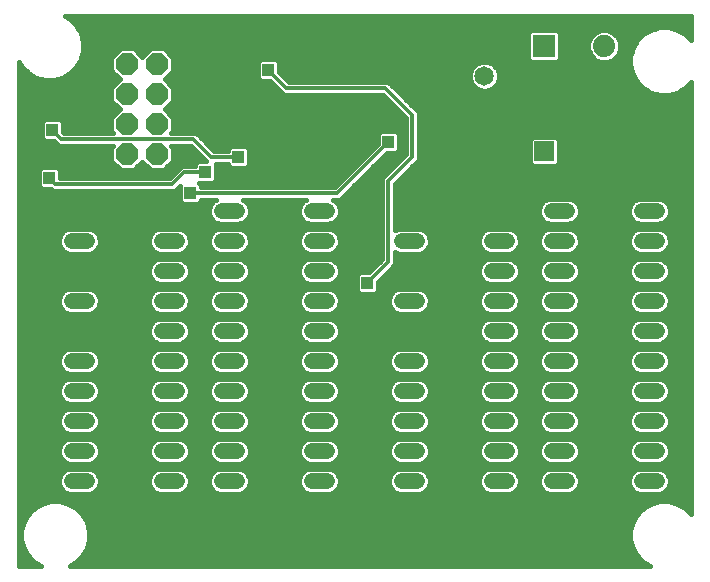
<source format=gbl>
G75*
%MOIN*%
%OFA0B0*%
%FSLAX24Y24*%
%IPPOS*%
%LPD*%
%AMOC8*
5,1,8,0,0,1.08239X$1,22.5*
%
%ADD10C,0.0520*%
%ADD11R,0.0740X0.0740*%
%ADD12C,0.0740*%
%ADD13OC8,0.0740*%
%ADD14C,0.0650*%
%ADD15R,0.0650X0.0650*%
%ADD16C,0.0160*%
%ADD17R,0.0709X0.0709*%
%ADD18R,0.0531X0.0531*%
%ADD19R,0.0396X0.0396*%
%ADD20C,0.0120*%
D10*
X002340Y003480D02*
X002860Y003480D01*
X002860Y004480D02*
X002340Y004480D01*
X002340Y005480D02*
X002860Y005480D01*
X002860Y006480D02*
X002340Y006480D01*
X002340Y007480D02*
X002860Y007480D01*
X002860Y008480D02*
X002340Y008480D01*
X002340Y009480D02*
X002860Y009480D01*
X002860Y010480D02*
X002340Y010480D01*
X002340Y011480D02*
X002860Y011480D01*
X005340Y011480D02*
X005860Y011480D01*
X005860Y010480D02*
X005340Y010480D01*
X005340Y009480D02*
X005860Y009480D01*
X005860Y008480D02*
X005340Y008480D01*
X005340Y007480D02*
X005860Y007480D01*
X005860Y006480D02*
X005340Y006480D01*
X005340Y005480D02*
X005860Y005480D01*
X005860Y004480D02*
X005340Y004480D01*
X005340Y003480D02*
X005860Y003480D01*
X007340Y003480D02*
X007860Y003480D01*
X007860Y004480D02*
X007340Y004480D01*
X007340Y005480D02*
X007860Y005480D01*
X007860Y006480D02*
X007340Y006480D01*
X007340Y007480D02*
X007860Y007480D01*
X007860Y008480D02*
X007340Y008480D01*
X007340Y009480D02*
X007860Y009480D01*
X007860Y010480D02*
X007340Y010480D01*
X007340Y011480D02*
X007860Y011480D01*
X007860Y012480D02*
X007340Y012480D01*
X010340Y012480D02*
X010860Y012480D01*
X010860Y011480D02*
X010340Y011480D01*
X010340Y010480D02*
X010860Y010480D01*
X010860Y009480D02*
X010340Y009480D01*
X010340Y008480D02*
X010860Y008480D01*
X010860Y007480D02*
X010340Y007480D01*
X010340Y006480D02*
X010860Y006480D01*
X010860Y005480D02*
X010340Y005480D01*
X010340Y004480D02*
X010860Y004480D01*
X010860Y003480D02*
X010340Y003480D01*
X013340Y003480D02*
X013860Y003480D01*
X013860Y004480D02*
X013340Y004480D01*
X013340Y005480D02*
X013860Y005480D01*
X013860Y006480D02*
X013340Y006480D01*
X013340Y007480D02*
X013860Y007480D01*
X013860Y008480D02*
X013340Y008480D01*
X013340Y009480D02*
X013860Y009480D01*
X013860Y010480D02*
X013340Y010480D01*
X013340Y011480D02*
X013860Y011480D01*
X016340Y011480D02*
X016860Y011480D01*
X016860Y010480D02*
X016340Y010480D01*
X016340Y009480D02*
X016860Y009480D01*
X016860Y008480D02*
X016340Y008480D01*
X016340Y007480D02*
X016860Y007480D01*
X016860Y006480D02*
X016340Y006480D01*
X016340Y005480D02*
X016860Y005480D01*
X016860Y004480D02*
X016340Y004480D01*
X016340Y003480D02*
X016860Y003480D01*
X018340Y003480D02*
X018860Y003480D01*
X018860Y004480D02*
X018340Y004480D01*
X018340Y005480D02*
X018860Y005480D01*
X018860Y006480D02*
X018340Y006480D01*
X018340Y007480D02*
X018860Y007480D01*
X018860Y008480D02*
X018340Y008480D01*
X018340Y009480D02*
X018860Y009480D01*
X018860Y010480D02*
X018340Y010480D01*
X018340Y011480D02*
X018860Y011480D01*
X018860Y012480D02*
X018340Y012480D01*
X021340Y012480D02*
X021860Y012480D01*
X021860Y011480D02*
X021340Y011480D01*
X021340Y010480D02*
X021860Y010480D01*
X021860Y009480D02*
X021340Y009480D01*
X021340Y008480D02*
X021860Y008480D01*
X021860Y007480D02*
X021340Y007480D01*
X021340Y006480D02*
X021860Y006480D01*
X021860Y005480D02*
X021340Y005480D01*
X021340Y004480D02*
X021860Y004480D01*
X021860Y003480D02*
X021340Y003480D01*
D11*
X018100Y017980D03*
D12*
X019100Y017980D03*
X020100Y017980D03*
D13*
X005200Y017380D03*
X005200Y016380D03*
X005200Y015380D03*
X005200Y014380D03*
X004200Y014380D03*
X004200Y015380D03*
X004200Y016380D03*
X004200Y017380D03*
D14*
X016100Y016980D03*
X018100Y015480D03*
D15*
X018100Y014480D03*
X016100Y017980D03*
D16*
X000600Y017452D02*
X000600Y000660D01*
X001307Y000660D01*
X001106Y000776D01*
X000896Y000986D01*
X000747Y001244D01*
X000670Y001531D01*
X000670Y001829D01*
X000747Y002116D01*
X000896Y002374D01*
X001106Y002584D01*
X001364Y002733D01*
X001651Y002810D01*
X001949Y002810D01*
X002236Y002733D01*
X002494Y002584D01*
X002704Y002374D01*
X002853Y002116D01*
X002930Y001829D01*
X002930Y001531D01*
X002853Y001244D01*
X002704Y000986D01*
X002494Y000776D01*
X002293Y000660D01*
X021607Y000660D01*
X021406Y000776D01*
X021196Y000986D01*
X021047Y001244D01*
X020970Y001531D01*
X020970Y001829D01*
X021047Y002116D01*
X021196Y002374D01*
X021406Y002584D01*
X021664Y002733D01*
X021951Y002810D01*
X022249Y002810D01*
X022536Y002733D01*
X022794Y002584D01*
X022990Y002388D01*
X022990Y016772D01*
X022794Y016576D01*
X022536Y016427D01*
X022249Y016350D01*
X021951Y016350D01*
X021664Y016427D01*
X021406Y016576D01*
X021196Y016786D01*
X021047Y017044D01*
X020970Y017331D01*
X020970Y017629D01*
X021047Y017916D01*
X021196Y018174D01*
X021406Y018384D01*
X021664Y018533D01*
X021951Y018610D01*
X022249Y018610D01*
X022536Y018533D01*
X022794Y018384D01*
X022990Y018188D01*
X022990Y018980D01*
X002128Y018980D01*
X002294Y018884D01*
X002504Y018674D01*
X002653Y018416D01*
X002730Y018129D01*
X002730Y017831D01*
X002653Y017544D01*
X002504Y017286D01*
X002294Y017076D01*
X002036Y016927D01*
X001749Y016850D01*
X001451Y016850D01*
X001164Y016927D01*
X000906Y017076D01*
X000696Y017286D01*
X000600Y017452D01*
X000600Y017298D02*
X000689Y017298D01*
X000600Y017140D02*
X000842Y017140D01*
X001070Y016981D02*
X000600Y016981D01*
X000600Y016823D02*
X003893Y016823D01*
X003950Y016880D02*
X003670Y016600D01*
X003670Y016160D01*
X003950Y015880D01*
X003670Y015600D01*
X003670Y015160D01*
X003730Y015100D01*
X002091Y015100D01*
X002058Y015133D01*
X002058Y015444D01*
X001964Y015538D01*
X001436Y015538D01*
X001342Y015444D01*
X001342Y014916D01*
X001436Y014822D01*
X001747Y014822D01*
X001909Y014660D01*
X003730Y014660D01*
X003670Y014600D01*
X003670Y014160D01*
X003980Y013850D01*
X004420Y013850D01*
X004700Y014130D01*
X004980Y013850D01*
X005420Y013850D01*
X005730Y014160D01*
X005730Y014600D01*
X005670Y014660D01*
X006309Y014660D01*
X006831Y014138D01*
X006536Y014138D01*
X006442Y014044D01*
X006442Y014000D01*
X006009Y014000D01*
X005609Y013600D01*
X001958Y013600D01*
X001958Y013844D01*
X001864Y013938D01*
X001336Y013938D01*
X001242Y013844D01*
X001242Y013316D01*
X001336Y013222D01*
X001647Y013222D01*
X001709Y013160D01*
X005791Y013160D01*
X005920Y013289D01*
X005942Y013311D01*
X005942Y012816D01*
X006036Y012722D01*
X006564Y012722D01*
X006658Y012816D01*
X006658Y012860D01*
X007160Y012860D01*
X007102Y012836D01*
X006984Y012718D01*
X006920Y012564D01*
X006920Y012396D01*
X006984Y012242D01*
X007102Y012124D01*
X007256Y012060D01*
X007944Y012060D01*
X008098Y012124D01*
X008216Y012242D01*
X008280Y012396D01*
X008280Y012564D01*
X008216Y012718D01*
X008098Y012836D01*
X008040Y012860D01*
X010160Y012860D01*
X010102Y012836D01*
X009984Y012718D01*
X009920Y012564D01*
X009920Y012396D01*
X009984Y012242D01*
X010102Y012124D01*
X010256Y012060D01*
X010944Y012060D01*
X011098Y012124D01*
X011216Y012242D01*
X011280Y012396D01*
X011280Y012564D01*
X011216Y012718D01*
X011098Y012836D01*
X011040Y012860D01*
X011291Y012860D01*
X012853Y014422D01*
X013164Y014422D01*
X013258Y014516D01*
X013258Y015044D01*
X013164Y015138D01*
X012636Y015138D01*
X012542Y015044D01*
X012542Y014733D01*
X011109Y013300D01*
X006658Y013300D01*
X006658Y013344D01*
X006581Y013422D01*
X007064Y013422D01*
X007158Y013516D01*
X007158Y014044D01*
X007142Y014060D01*
X007542Y014060D01*
X007542Y014016D01*
X007636Y013922D01*
X008164Y013922D01*
X008258Y014016D01*
X008258Y014544D01*
X008164Y014638D01*
X007636Y014638D01*
X007542Y014544D01*
X007542Y014500D01*
X007091Y014500D01*
X006620Y014971D01*
X006491Y015100D01*
X005670Y015100D01*
X005730Y015160D01*
X005730Y015600D01*
X005450Y015880D01*
X005730Y016160D01*
X005730Y016600D01*
X005450Y016880D01*
X005730Y017160D01*
X005730Y017600D01*
X005420Y017910D01*
X004980Y017910D01*
X004700Y017630D01*
X004420Y017910D01*
X003980Y017910D01*
X003670Y017600D01*
X003670Y017160D01*
X003950Y016880D01*
X003849Y016981D02*
X002130Y016981D01*
X002358Y017140D02*
X003691Y017140D01*
X003670Y017298D02*
X002511Y017298D01*
X002603Y017457D02*
X003670Y017457D01*
X003685Y017615D02*
X002672Y017615D01*
X002715Y017774D02*
X003844Y017774D01*
X004556Y017774D02*
X004844Y017774D01*
X005556Y017774D02*
X017570Y017774D01*
X017570Y017932D02*
X002730Y017932D01*
X002730Y018091D02*
X017570Y018091D01*
X017570Y018249D02*
X002698Y018249D01*
X002655Y018408D02*
X017570Y018408D01*
X017570Y018416D02*
X017570Y017544D01*
X017664Y017450D01*
X018536Y017450D01*
X018630Y017544D01*
X018630Y018416D01*
X018536Y018510D01*
X017664Y018510D01*
X017570Y018416D01*
X017570Y017615D02*
X005715Y017615D01*
X005730Y017457D02*
X008554Y017457D01*
X008542Y017444D02*
X008542Y016916D01*
X008636Y016822D01*
X008947Y016822D01*
X009409Y016360D01*
X012709Y016360D01*
X013480Y015589D01*
X013480Y014371D01*
X012680Y013571D01*
X012680Y010871D01*
X012247Y010438D01*
X011936Y010438D01*
X011842Y010344D01*
X011842Y009816D01*
X011936Y009722D01*
X012464Y009722D01*
X012558Y009816D01*
X012558Y010127D01*
X012991Y010560D01*
X012991Y010560D01*
X013120Y010689D01*
X013120Y011117D01*
X013256Y011060D01*
X013944Y011060D01*
X014098Y011124D01*
X014216Y011242D01*
X014280Y011396D01*
X014280Y011564D01*
X014216Y011718D01*
X014098Y011836D01*
X013944Y011900D01*
X013256Y011900D01*
X013120Y011843D01*
X013120Y013389D01*
X013791Y014060D01*
X013920Y014189D01*
X013920Y015771D01*
X013020Y016671D01*
X012891Y016800D01*
X009591Y016800D01*
X009258Y017133D01*
X009258Y017444D01*
X009164Y017538D01*
X008636Y017538D01*
X008542Y017444D01*
X008542Y017298D02*
X005730Y017298D01*
X005709Y017140D02*
X008542Y017140D01*
X008542Y016981D02*
X005551Y016981D01*
X005507Y016823D02*
X008635Y016823D01*
X009105Y016664D02*
X005666Y016664D01*
X005730Y016506D02*
X009263Y016506D01*
X009569Y016823D02*
X015640Y016823D01*
X015615Y016884D02*
X015689Y016705D01*
X015825Y016569D01*
X016004Y016495D01*
X016196Y016495D01*
X016375Y016569D01*
X016511Y016705D01*
X016585Y016884D01*
X016585Y017076D01*
X016511Y017255D01*
X016375Y017391D01*
X016196Y017465D01*
X016004Y017465D01*
X015825Y017391D01*
X015689Y017255D01*
X015615Y017076D01*
X015615Y016884D01*
X015615Y016981D02*
X009410Y016981D01*
X009258Y017140D02*
X015641Y017140D01*
X015732Y017298D02*
X009258Y017298D01*
X009246Y017457D02*
X015983Y017457D01*
X016217Y017457D02*
X017657Y017457D01*
X018543Y017457D02*
X019979Y017457D01*
X019995Y017450D02*
X020205Y017450D01*
X020400Y017531D01*
X020549Y017680D01*
X020630Y017875D01*
X020630Y018085D01*
X020549Y018280D01*
X020400Y018429D01*
X020205Y018510D01*
X019995Y018510D01*
X019800Y018429D01*
X019651Y018280D01*
X019570Y018085D01*
X019570Y017875D01*
X019651Y017680D01*
X019800Y017531D01*
X019995Y017450D01*
X020221Y017457D02*
X020970Y017457D01*
X020970Y017615D02*
X020485Y017615D01*
X020588Y017774D02*
X021009Y017774D01*
X021056Y017932D02*
X020630Y017932D01*
X020628Y018091D02*
X021148Y018091D01*
X021271Y018249D02*
X020562Y018249D01*
X020422Y018408D02*
X021447Y018408D01*
X021787Y018566D02*
X002566Y018566D01*
X002454Y018725D02*
X022990Y018725D01*
X022990Y018883D02*
X002295Y018883D01*
X003734Y016664D02*
X000600Y016664D01*
X000600Y016506D02*
X003670Y016506D01*
X003670Y016347D02*
X000600Y016347D01*
X000600Y016189D02*
X003670Y016189D01*
X003800Y016030D02*
X000600Y016030D01*
X000600Y015872D02*
X003942Y015872D01*
X003783Y015713D02*
X000600Y015713D01*
X000600Y015555D02*
X003670Y015555D01*
X003670Y015396D02*
X002058Y015396D01*
X002058Y015238D02*
X003670Y015238D01*
X003674Y014604D02*
X000600Y014604D01*
X000600Y014762D02*
X001807Y014762D01*
X001342Y014921D02*
X000600Y014921D01*
X000600Y015079D02*
X001342Y015079D01*
X001342Y015238D02*
X000600Y015238D01*
X000600Y015396D02*
X001342Y015396D01*
X000600Y014445D02*
X003670Y014445D01*
X003670Y014287D02*
X000600Y014287D01*
X000600Y014128D02*
X003702Y014128D01*
X003861Y013970D02*
X000600Y013970D01*
X000600Y013811D02*
X001242Y013811D01*
X001242Y013653D02*
X000600Y013653D01*
X000600Y013494D02*
X001242Y013494D01*
X001242Y013336D02*
X000600Y013336D01*
X000600Y013177D02*
X001692Y013177D01*
X001958Y013653D02*
X005661Y013653D01*
X005820Y013811D02*
X001958Y013811D01*
X000600Y013019D02*
X005942Y013019D01*
X005942Y013177D02*
X005808Y013177D01*
X005942Y012860D02*
X000600Y012860D01*
X000600Y012702D02*
X006977Y012702D01*
X006920Y012543D02*
X000600Y012543D01*
X000600Y012385D02*
X006925Y012385D01*
X007000Y012226D02*
X000600Y012226D01*
X000600Y012068D02*
X007238Y012068D01*
X007256Y011900D02*
X007102Y011836D01*
X006984Y011718D01*
X006920Y011564D01*
X006920Y011396D01*
X006984Y011242D01*
X007102Y011124D01*
X007256Y011060D01*
X007944Y011060D01*
X008098Y011124D01*
X008216Y011242D01*
X008280Y011396D01*
X008280Y011564D01*
X008216Y011718D01*
X008098Y011836D01*
X007944Y011900D01*
X007256Y011900D01*
X007017Y011751D02*
X006183Y011751D01*
X006216Y011718D02*
X006098Y011836D01*
X005944Y011900D01*
X005256Y011900D01*
X005102Y011836D01*
X004984Y011718D01*
X004920Y011564D01*
X004920Y011396D01*
X004984Y011242D01*
X005102Y011124D01*
X005256Y011060D01*
X005944Y011060D01*
X006098Y011124D01*
X006216Y011242D01*
X006280Y011396D01*
X006280Y011564D01*
X006216Y011718D01*
X006268Y011592D02*
X006932Y011592D01*
X006920Y011434D02*
X006280Y011434D01*
X006230Y011275D02*
X006970Y011275D01*
X007120Y011117D02*
X006080Y011117D01*
X005944Y010900D02*
X006098Y010836D01*
X006216Y010718D01*
X006280Y010564D01*
X006280Y010396D01*
X006216Y010242D01*
X006098Y010124D01*
X005944Y010060D01*
X005256Y010060D01*
X005102Y010124D01*
X004984Y010242D01*
X004920Y010396D01*
X004920Y010564D01*
X004984Y010718D01*
X005102Y010836D01*
X005256Y010900D01*
X005944Y010900D01*
X006134Y010800D02*
X007066Y010800D01*
X007102Y010836D02*
X006984Y010718D01*
X006920Y010564D01*
X006920Y010396D01*
X006984Y010242D01*
X007102Y010124D01*
X007256Y010060D01*
X007944Y010060D01*
X008098Y010124D01*
X008216Y010242D01*
X008280Y010396D01*
X008280Y010564D01*
X008216Y010718D01*
X008098Y010836D01*
X007944Y010900D01*
X007256Y010900D01*
X007102Y010836D01*
X006952Y010641D02*
X006248Y010641D01*
X006280Y010483D02*
X006920Y010483D01*
X006950Y010324D02*
X006250Y010324D01*
X006139Y010166D02*
X007061Y010166D01*
X007132Y009849D02*
X006068Y009849D01*
X006098Y009836D02*
X005944Y009900D01*
X005256Y009900D01*
X005102Y009836D01*
X004984Y009718D01*
X004920Y009564D01*
X004920Y009396D01*
X004984Y009242D01*
X005102Y009124D01*
X005256Y009060D01*
X005944Y009060D01*
X006098Y009124D01*
X006216Y009242D01*
X006280Y009396D01*
X006280Y009564D01*
X006216Y009718D01*
X006098Y009836D01*
X006228Y009690D02*
X006972Y009690D01*
X006984Y009718D02*
X006920Y009564D01*
X006920Y009396D01*
X006984Y009242D01*
X007102Y009124D01*
X007256Y009060D01*
X007944Y009060D01*
X008098Y009124D01*
X008216Y009242D01*
X008280Y009396D01*
X008280Y009564D01*
X008216Y009718D01*
X008098Y009836D01*
X007944Y009900D01*
X007256Y009900D01*
X007102Y009836D01*
X006984Y009718D01*
X006920Y009532D02*
X006280Y009532D01*
X006270Y009373D02*
X006930Y009373D01*
X007012Y009215D02*
X006188Y009215D01*
X006098Y008836D02*
X005944Y008900D01*
X005256Y008900D01*
X005102Y008836D01*
X004984Y008718D01*
X004920Y008564D01*
X004920Y008396D01*
X004984Y008242D01*
X005102Y008124D01*
X005256Y008060D01*
X005944Y008060D01*
X006098Y008124D01*
X006216Y008242D01*
X006280Y008396D01*
X006280Y008564D01*
X006216Y008718D01*
X006098Y008836D01*
X006195Y008739D02*
X007005Y008739D01*
X006984Y008718D02*
X006920Y008564D01*
X006920Y008396D01*
X006984Y008242D01*
X007102Y008124D01*
X007256Y008060D01*
X007944Y008060D01*
X008098Y008124D01*
X008216Y008242D01*
X008280Y008396D01*
X008280Y008564D01*
X008216Y008718D01*
X008098Y008836D01*
X007944Y008900D01*
X007256Y008900D01*
X007102Y008836D01*
X006984Y008718D01*
X006927Y008581D02*
X006273Y008581D01*
X006280Y008422D02*
X006920Y008422D01*
X006975Y008264D02*
X006225Y008264D01*
X006052Y008105D02*
X007148Y008105D01*
X007256Y007900D02*
X007102Y007836D01*
X006984Y007718D01*
X006920Y007564D01*
X006920Y007396D01*
X006984Y007242D01*
X007102Y007124D01*
X007256Y007060D01*
X007944Y007060D01*
X008098Y007124D01*
X008216Y007242D01*
X008280Y007396D01*
X008280Y007564D01*
X008216Y007718D01*
X008098Y007836D01*
X007944Y007900D01*
X007256Y007900D01*
X007054Y007788D02*
X006146Y007788D01*
X006098Y007836D02*
X006216Y007718D01*
X006280Y007564D01*
X006280Y007396D01*
X006216Y007242D01*
X006098Y007124D01*
X005944Y007060D01*
X005256Y007060D01*
X005102Y007124D01*
X004984Y007242D01*
X004920Y007396D01*
X004920Y007564D01*
X004984Y007718D01*
X005102Y007836D01*
X005256Y007900D01*
X005944Y007900D01*
X006098Y007836D01*
X006253Y007630D02*
X006947Y007630D01*
X006920Y007471D02*
X006280Y007471D01*
X006245Y007313D02*
X006955Y007313D01*
X007072Y007154D02*
X006128Y007154D01*
X005944Y006900D02*
X006098Y006836D01*
X006216Y006718D01*
X006280Y006564D01*
X006280Y006396D01*
X006216Y006242D01*
X006098Y006124D01*
X005944Y006060D01*
X005256Y006060D01*
X005102Y006124D01*
X004984Y006242D01*
X004920Y006396D01*
X004920Y006564D01*
X004984Y006718D01*
X005102Y006836D01*
X005256Y006900D01*
X005944Y006900D01*
X006096Y006837D02*
X007104Y006837D01*
X007102Y006836D02*
X006984Y006718D01*
X006920Y006564D01*
X006920Y006396D01*
X006984Y006242D01*
X007102Y006124D01*
X007256Y006060D01*
X007944Y006060D01*
X008098Y006124D01*
X008216Y006242D01*
X008280Y006396D01*
X008280Y006564D01*
X008216Y006718D01*
X008098Y006836D01*
X007944Y006900D01*
X007256Y006900D01*
X007102Y006836D01*
X006968Y006679D02*
X006232Y006679D01*
X006280Y006520D02*
X006920Y006520D01*
X006934Y006362D02*
X006266Y006362D01*
X006177Y006203D02*
X007023Y006203D01*
X007223Y005886D02*
X005977Y005886D01*
X005944Y005900D02*
X006098Y005836D01*
X006216Y005718D01*
X006280Y005564D01*
X006280Y005396D01*
X006216Y005242D01*
X006098Y005124D01*
X005944Y005060D01*
X005256Y005060D01*
X005102Y005124D01*
X004984Y005242D01*
X004920Y005396D01*
X004920Y005564D01*
X004984Y005718D01*
X005102Y005836D01*
X005256Y005900D01*
X005944Y005900D01*
X006206Y005728D02*
X006994Y005728D01*
X006984Y005718D02*
X006920Y005564D01*
X006920Y005396D01*
X006984Y005242D01*
X007102Y005124D01*
X007256Y005060D01*
X007944Y005060D01*
X008098Y005124D01*
X008216Y005242D01*
X008280Y005396D01*
X008280Y005564D01*
X008216Y005718D01*
X008098Y005836D01*
X007944Y005900D01*
X007256Y005900D01*
X007102Y005836D01*
X006984Y005718D01*
X006922Y005569D02*
X006278Y005569D01*
X006280Y005411D02*
X006920Y005411D01*
X006980Y005252D02*
X006220Y005252D01*
X006024Y005094D02*
X007176Y005094D01*
X007256Y004900D02*
X007102Y004836D01*
X006984Y004718D01*
X006920Y004564D01*
X006920Y004396D01*
X006984Y004242D01*
X007102Y004124D01*
X007256Y004060D01*
X007944Y004060D01*
X008098Y004124D01*
X008216Y004242D01*
X008280Y004396D01*
X008280Y004564D01*
X008216Y004718D01*
X008098Y004836D01*
X007944Y004900D01*
X007256Y004900D01*
X007043Y004777D02*
X006157Y004777D01*
X006216Y004718D02*
X006098Y004836D01*
X005944Y004900D01*
X005256Y004900D01*
X005102Y004836D01*
X004984Y004718D01*
X004920Y004564D01*
X004920Y004396D01*
X004984Y004242D01*
X005102Y004124D01*
X005256Y004060D01*
X005944Y004060D01*
X006098Y004124D01*
X006216Y004242D01*
X006280Y004396D01*
X006280Y004564D01*
X006216Y004718D01*
X006257Y004618D02*
X006943Y004618D01*
X006920Y004460D02*
X006280Y004460D01*
X006240Y004301D02*
X006960Y004301D01*
X007084Y004143D02*
X006116Y004143D01*
X005944Y003900D02*
X006098Y003836D01*
X006216Y003718D01*
X006280Y003564D01*
X006280Y003396D01*
X006216Y003242D01*
X006098Y003124D01*
X005944Y003060D01*
X005256Y003060D01*
X005102Y003124D01*
X004984Y003242D01*
X004920Y003396D01*
X004920Y003564D01*
X004984Y003718D01*
X005102Y003836D01*
X005256Y003900D01*
X005944Y003900D01*
X006108Y003826D02*
X007092Y003826D01*
X007102Y003836D02*
X006984Y003718D01*
X006920Y003564D01*
X006920Y003396D01*
X006984Y003242D01*
X007102Y003124D01*
X007256Y003060D01*
X007944Y003060D01*
X008098Y003124D01*
X008216Y003242D01*
X008280Y003396D01*
X008280Y003564D01*
X008216Y003718D01*
X008098Y003836D01*
X007944Y003900D01*
X007256Y003900D01*
X007102Y003836D01*
X006963Y003667D02*
X006237Y003667D01*
X006280Y003509D02*
X006920Y003509D01*
X006939Y003350D02*
X006261Y003350D01*
X006165Y003192D02*
X007035Y003192D01*
X008165Y003192D02*
X010035Y003192D01*
X009984Y003242D02*
X010102Y003124D01*
X010256Y003060D01*
X010944Y003060D01*
X011098Y003124D01*
X011216Y003242D01*
X011280Y003396D01*
X011280Y003564D01*
X011216Y003718D01*
X011098Y003836D01*
X010944Y003900D01*
X010256Y003900D01*
X010102Y003836D01*
X009984Y003718D01*
X009920Y003564D01*
X009920Y003396D01*
X009984Y003242D01*
X009939Y003350D02*
X008261Y003350D01*
X008280Y003509D02*
X009920Y003509D01*
X009963Y003667D02*
X008237Y003667D01*
X008108Y003826D02*
X010092Y003826D01*
X010256Y004060D02*
X010102Y004124D01*
X009984Y004242D01*
X009920Y004396D01*
X009920Y004564D01*
X009984Y004718D01*
X010102Y004836D01*
X010256Y004900D01*
X010944Y004900D01*
X011098Y004836D01*
X011216Y004718D01*
X011280Y004564D01*
X011280Y004396D01*
X011216Y004242D01*
X011098Y004124D01*
X010944Y004060D01*
X010256Y004060D01*
X010084Y004143D02*
X008116Y004143D01*
X008240Y004301D02*
X009960Y004301D01*
X009920Y004460D02*
X008280Y004460D01*
X008257Y004618D02*
X009943Y004618D01*
X010043Y004777D02*
X008157Y004777D01*
X008024Y005094D02*
X010176Y005094D01*
X010102Y005124D02*
X010256Y005060D01*
X010944Y005060D01*
X011098Y005124D01*
X011216Y005242D01*
X011280Y005396D01*
X011280Y005564D01*
X011216Y005718D01*
X011098Y005836D01*
X010944Y005900D01*
X010256Y005900D01*
X010102Y005836D01*
X009984Y005718D01*
X009920Y005564D01*
X009920Y005396D01*
X009984Y005242D01*
X010102Y005124D01*
X009980Y005252D02*
X008220Y005252D01*
X008280Y005411D02*
X009920Y005411D01*
X009922Y005569D02*
X008278Y005569D01*
X008206Y005728D02*
X009994Y005728D01*
X010223Y005886D02*
X007977Y005886D01*
X008177Y006203D02*
X010023Y006203D01*
X009984Y006242D02*
X010102Y006124D01*
X010256Y006060D01*
X010944Y006060D01*
X011098Y006124D01*
X011216Y006242D01*
X011280Y006396D01*
X011280Y006564D01*
X011216Y006718D01*
X011098Y006836D01*
X010944Y006900D01*
X010256Y006900D01*
X010102Y006836D01*
X009984Y006718D01*
X009920Y006564D01*
X009920Y006396D01*
X009984Y006242D01*
X009934Y006362D02*
X008266Y006362D01*
X008280Y006520D02*
X009920Y006520D01*
X009968Y006679D02*
X008232Y006679D01*
X008096Y006837D02*
X010104Y006837D01*
X010256Y007060D02*
X010102Y007124D01*
X009984Y007242D01*
X009920Y007396D01*
X009920Y007564D01*
X009984Y007718D01*
X010102Y007836D01*
X010256Y007900D01*
X010944Y007900D01*
X011098Y007836D01*
X011216Y007718D01*
X011280Y007564D01*
X011280Y007396D01*
X011216Y007242D01*
X011098Y007124D01*
X010944Y007060D01*
X010256Y007060D01*
X010072Y007154D02*
X008128Y007154D01*
X008245Y007313D02*
X009955Y007313D01*
X009920Y007471D02*
X008280Y007471D01*
X008253Y007630D02*
X009947Y007630D01*
X010054Y007788D02*
X008146Y007788D01*
X008052Y008105D02*
X010148Y008105D01*
X010102Y008124D02*
X010256Y008060D01*
X010944Y008060D01*
X011098Y008124D01*
X011216Y008242D01*
X011280Y008396D01*
X011280Y008564D01*
X011216Y008718D01*
X011098Y008836D01*
X010944Y008900D01*
X010256Y008900D01*
X010102Y008836D01*
X009984Y008718D01*
X009920Y008564D01*
X009920Y008396D01*
X009984Y008242D01*
X010102Y008124D01*
X009975Y008264D02*
X008225Y008264D01*
X008280Y008422D02*
X009920Y008422D01*
X009927Y008581D02*
X008273Y008581D01*
X008195Y008739D02*
X010005Y008739D01*
X010250Y008898D02*
X007950Y008898D01*
X008188Y009215D02*
X010012Y009215D01*
X009984Y009242D02*
X010102Y009124D01*
X010256Y009060D01*
X010944Y009060D01*
X011098Y009124D01*
X011216Y009242D01*
X011280Y009396D01*
X011280Y009564D01*
X011216Y009718D01*
X011098Y009836D01*
X010944Y009900D01*
X010256Y009900D01*
X010102Y009836D01*
X009984Y009718D01*
X009920Y009564D01*
X009920Y009396D01*
X009984Y009242D01*
X009930Y009373D02*
X008270Y009373D01*
X008280Y009532D02*
X009920Y009532D01*
X009972Y009690D02*
X008228Y009690D01*
X008068Y009849D02*
X010132Y009849D01*
X010256Y010060D02*
X010102Y010124D01*
X009984Y010242D01*
X009920Y010396D01*
X009920Y010564D01*
X009984Y010718D01*
X010102Y010836D01*
X010256Y010900D01*
X010944Y010900D01*
X011098Y010836D01*
X011216Y010718D01*
X011280Y010564D01*
X011280Y010396D01*
X011216Y010242D01*
X011098Y010124D01*
X010944Y010060D01*
X010256Y010060D01*
X010061Y010166D02*
X008139Y010166D01*
X008250Y010324D02*
X009950Y010324D01*
X009920Y010483D02*
X008280Y010483D01*
X008248Y010641D02*
X009952Y010641D01*
X010066Y010800D02*
X008134Y010800D01*
X008080Y011117D02*
X010120Y011117D01*
X010102Y011124D02*
X010256Y011060D01*
X010944Y011060D01*
X011098Y011124D01*
X011216Y011242D01*
X011280Y011396D01*
X011280Y011564D01*
X011216Y011718D01*
X011098Y011836D01*
X010944Y011900D01*
X010256Y011900D01*
X010102Y011836D01*
X009984Y011718D01*
X009920Y011564D01*
X009920Y011396D01*
X009984Y011242D01*
X010102Y011124D01*
X009970Y011275D02*
X008230Y011275D01*
X008280Y011434D02*
X009920Y011434D01*
X009932Y011592D02*
X008268Y011592D01*
X008183Y011751D02*
X010017Y011751D01*
X010238Y012068D02*
X007962Y012068D01*
X008200Y012226D02*
X010000Y012226D01*
X009925Y012385D02*
X008275Y012385D01*
X008280Y012543D02*
X009920Y012543D01*
X009977Y012702D02*
X008223Y012702D01*
X007137Y013494D02*
X011303Y013494D01*
X011461Y013653D02*
X007158Y013653D01*
X007158Y013811D02*
X011620Y013811D01*
X011778Y013970D02*
X008212Y013970D01*
X008258Y014128D02*
X011937Y014128D01*
X012095Y014287D02*
X008258Y014287D01*
X008258Y014445D02*
X012254Y014445D01*
X012412Y014604D02*
X008199Y014604D01*
X007601Y014604D02*
X006988Y014604D01*
X006829Y014762D02*
X012542Y014762D01*
X012542Y014921D02*
X006671Y014921D01*
X006512Y015079D02*
X012577Y015079D01*
X013223Y015079D02*
X013480Y015079D01*
X013480Y014921D02*
X013258Y014921D01*
X013258Y014762D02*
X013480Y014762D01*
X013480Y014604D02*
X013258Y014604D01*
X013188Y014445D02*
X013480Y014445D01*
X013395Y014287D02*
X012718Y014287D01*
X012559Y014128D02*
X013237Y014128D01*
X013078Y013970D02*
X012401Y013970D01*
X012242Y013811D02*
X012920Y013811D01*
X012761Y013653D02*
X012084Y013653D01*
X011925Y013494D02*
X012680Y013494D01*
X012680Y013336D02*
X011767Y013336D01*
X011608Y013177D02*
X012680Y013177D01*
X012680Y013019D02*
X011450Y013019D01*
X011291Y012860D02*
X012680Y012860D01*
X012680Y012702D02*
X011223Y012702D01*
X011280Y012543D02*
X012680Y012543D01*
X012680Y012385D02*
X011275Y012385D01*
X011200Y012226D02*
X012680Y012226D01*
X012680Y012068D02*
X010962Y012068D01*
X011183Y011751D02*
X012680Y011751D01*
X012680Y011909D02*
X000600Y011909D01*
X000600Y011751D02*
X002017Y011751D01*
X001984Y011718D02*
X002102Y011836D01*
X002256Y011900D01*
X002944Y011900D01*
X003098Y011836D01*
X003216Y011718D01*
X003280Y011564D01*
X003280Y011396D01*
X003216Y011242D01*
X003098Y011124D01*
X002944Y011060D01*
X002256Y011060D01*
X002102Y011124D01*
X001984Y011242D01*
X001920Y011396D01*
X001920Y011564D01*
X001984Y011718D01*
X001932Y011592D02*
X000600Y011592D01*
X000600Y011434D02*
X001920Y011434D01*
X001970Y011275D02*
X000600Y011275D01*
X000600Y011117D02*
X002120Y011117D01*
X003080Y011117D02*
X005120Y011117D01*
X004970Y011275D02*
X003230Y011275D01*
X003280Y011434D02*
X004920Y011434D01*
X004932Y011592D02*
X003268Y011592D01*
X003183Y011751D02*
X005017Y011751D01*
X005066Y010800D02*
X000600Y010800D01*
X000600Y010958D02*
X012680Y010958D01*
X012680Y011117D02*
X011080Y011117D01*
X011230Y011275D02*
X012680Y011275D01*
X012680Y011434D02*
X011280Y011434D01*
X011268Y011592D02*
X012680Y011592D01*
X013120Y011909D02*
X022990Y011909D01*
X022990Y011751D02*
X022183Y011751D01*
X022216Y011718D02*
X022098Y011836D01*
X021944Y011900D01*
X021256Y011900D01*
X021102Y011836D01*
X020984Y011718D01*
X020920Y011564D01*
X020920Y011396D01*
X020984Y011242D01*
X021102Y011124D01*
X021256Y011060D01*
X021944Y011060D01*
X022098Y011124D01*
X022216Y011242D01*
X022280Y011396D01*
X022280Y011564D01*
X022216Y011718D01*
X022268Y011592D02*
X022990Y011592D01*
X022990Y011434D02*
X022280Y011434D01*
X022230Y011275D02*
X022990Y011275D01*
X022990Y011117D02*
X022080Y011117D01*
X021944Y010900D02*
X021256Y010900D01*
X021102Y010836D01*
X020984Y010718D01*
X020920Y010564D01*
X020920Y010396D01*
X020984Y010242D01*
X021102Y010124D01*
X021256Y010060D01*
X021944Y010060D01*
X022098Y010124D01*
X022216Y010242D01*
X022280Y010396D01*
X022280Y010564D01*
X022216Y010718D01*
X022098Y010836D01*
X021944Y010900D01*
X022134Y010800D02*
X022990Y010800D01*
X022990Y010958D02*
X013120Y010958D01*
X013120Y010800D02*
X016066Y010800D01*
X016102Y010836D02*
X015984Y010718D01*
X015920Y010564D01*
X015920Y010396D01*
X015984Y010242D01*
X016102Y010124D01*
X016256Y010060D01*
X016944Y010060D01*
X017098Y010124D01*
X017216Y010242D01*
X017280Y010396D01*
X017280Y010564D01*
X017216Y010718D01*
X017098Y010836D01*
X016944Y010900D01*
X016256Y010900D01*
X016102Y010836D01*
X015952Y010641D02*
X013072Y010641D01*
X012914Y010483D02*
X015920Y010483D01*
X015950Y010324D02*
X012755Y010324D01*
X012597Y010166D02*
X016061Y010166D01*
X016132Y009849D02*
X014068Y009849D01*
X014098Y009836D02*
X013944Y009900D01*
X013256Y009900D01*
X013102Y009836D01*
X012984Y009718D01*
X012920Y009564D01*
X012920Y009396D01*
X012984Y009242D01*
X013102Y009124D01*
X013256Y009060D01*
X013944Y009060D01*
X014098Y009124D01*
X014216Y009242D01*
X014280Y009396D01*
X014280Y009564D01*
X014216Y009718D01*
X014098Y009836D01*
X014228Y009690D02*
X015972Y009690D01*
X015984Y009718D02*
X015920Y009564D01*
X015920Y009396D01*
X015984Y009242D01*
X016102Y009124D01*
X016256Y009060D01*
X016944Y009060D01*
X017098Y009124D01*
X017216Y009242D01*
X017280Y009396D01*
X017280Y009564D01*
X017216Y009718D01*
X017098Y009836D01*
X016944Y009900D01*
X016256Y009900D01*
X016102Y009836D01*
X015984Y009718D01*
X015920Y009532D02*
X014280Y009532D01*
X014270Y009373D02*
X015930Y009373D01*
X016012Y009215D02*
X014188Y009215D01*
X013012Y009215D02*
X011188Y009215D01*
X011270Y009373D02*
X012930Y009373D01*
X012920Y009532D02*
X011280Y009532D01*
X011228Y009690D02*
X012972Y009690D01*
X013132Y009849D02*
X012558Y009849D01*
X012558Y010007D02*
X022990Y010007D01*
X022990Y009849D02*
X022068Y009849D01*
X022098Y009836D02*
X021944Y009900D01*
X021256Y009900D01*
X021102Y009836D01*
X020984Y009718D01*
X020920Y009564D01*
X020920Y009396D01*
X020984Y009242D01*
X021102Y009124D01*
X021256Y009060D01*
X021944Y009060D01*
X022098Y009124D01*
X022216Y009242D01*
X022280Y009396D01*
X022280Y009564D01*
X022216Y009718D01*
X022098Y009836D01*
X022228Y009690D02*
X022990Y009690D01*
X022990Y009532D02*
X022280Y009532D01*
X022270Y009373D02*
X022990Y009373D01*
X022990Y009215D02*
X022188Y009215D01*
X022098Y008836D02*
X021944Y008900D01*
X021256Y008900D01*
X021102Y008836D01*
X020984Y008718D01*
X020920Y008564D01*
X020920Y008396D01*
X020984Y008242D01*
X021102Y008124D01*
X021256Y008060D01*
X021944Y008060D01*
X022098Y008124D01*
X022216Y008242D01*
X022280Y008396D01*
X022280Y008564D01*
X022216Y008718D01*
X022098Y008836D01*
X022195Y008739D02*
X022990Y008739D01*
X022990Y008581D02*
X022273Y008581D01*
X022280Y008422D02*
X022990Y008422D01*
X022990Y008264D02*
X022225Y008264D01*
X022052Y008105D02*
X022990Y008105D01*
X022990Y007947D02*
X000600Y007947D01*
X000600Y008105D02*
X005148Y008105D01*
X004975Y008264D02*
X000600Y008264D01*
X000600Y008422D02*
X004920Y008422D01*
X004927Y008581D02*
X000600Y008581D01*
X000600Y008739D02*
X005005Y008739D01*
X005250Y008898D02*
X000600Y008898D01*
X000600Y009056D02*
X022990Y009056D01*
X022990Y008898D02*
X021950Y008898D01*
X021250Y008898D02*
X018950Y008898D01*
X018944Y008900D02*
X018256Y008900D01*
X018102Y008836D01*
X017984Y008718D01*
X017920Y008564D01*
X017920Y008396D01*
X017984Y008242D01*
X018102Y008124D01*
X018256Y008060D01*
X018944Y008060D01*
X019098Y008124D01*
X019216Y008242D01*
X019280Y008396D01*
X019280Y008564D01*
X019216Y008718D01*
X019098Y008836D01*
X018944Y008900D01*
X018944Y009060D02*
X019098Y009124D01*
X019216Y009242D01*
X019280Y009396D01*
X019280Y009564D01*
X019216Y009718D01*
X019098Y009836D01*
X018944Y009900D01*
X018256Y009900D01*
X018102Y009836D01*
X017984Y009718D01*
X017920Y009564D01*
X017920Y009396D01*
X017984Y009242D01*
X018102Y009124D01*
X018256Y009060D01*
X018944Y009060D01*
X019188Y009215D02*
X021012Y009215D01*
X020930Y009373D02*
X019270Y009373D01*
X019280Y009532D02*
X020920Y009532D01*
X020972Y009690D02*
X019228Y009690D01*
X019068Y009849D02*
X021132Y009849D01*
X021061Y010166D02*
X019139Y010166D01*
X019098Y010124D02*
X019216Y010242D01*
X019280Y010396D01*
X019280Y010564D01*
X019216Y010718D01*
X019098Y010836D01*
X018944Y010900D01*
X018256Y010900D01*
X018102Y010836D01*
X017984Y010718D01*
X017920Y010564D01*
X017920Y010396D01*
X017984Y010242D01*
X018102Y010124D01*
X018256Y010060D01*
X018944Y010060D01*
X019098Y010124D01*
X019250Y010324D02*
X020950Y010324D01*
X020920Y010483D02*
X019280Y010483D01*
X019248Y010641D02*
X020952Y010641D01*
X021066Y010800D02*
X019134Y010800D01*
X019080Y011117D02*
X021120Y011117D01*
X020970Y011275D02*
X019230Y011275D01*
X019216Y011242D02*
X019280Y011396D01*
X019280Y011564D01*
X019216Y011718D01*
X019098Y011836D01*
X018944Y011900D01*
X018256Y011900D01*
X018102Y011836D01*
X017984Y011718D01*
X017920Y011564D01*
X017920Y011396D01*
X017984Y011242D01*
X018102Y011124D01*
X018256Y011060D01*
X018944Y011060D01*
X019098Y011124D01*
X019216Y011242D01*
X019280Y011434D02*
X020920Y011434D01*
X020932Y011592D02*
X019268Y011592D01*
X019183Y011751D02*
X021017Y011751D01*
X021102Y012124D02*
X021256Y012060D01*
X021944Y012060D01*
X022098Y012124D01*
X022216Y012242D01*
X022280Y012396D01*
X022280Y012564D01*
X022216Y012718D01*
X022098Y012836D01*
X021944Y012900D01*
X021256Y012900D01*
X021102Y012836D01*
X020984Y012718D01*
X020920Y012564D01*
X020920Y012396D01*
X020984Y012242D01*
X021102Y012124D01*
X021000Y012226D02*
X019200Y012226D01*
X019216Y012242D02*
X019280Y012396D01*
X019280Y012564D01*
X019216Y012718D01*
X019098Y012836D01*
X018944Y012900D01*
X018256Y012900D01*
X018102Y012836D01*
X017984Y012718D01*
X017920Y012564D01*
X017920Y012396D01*
X017984Y012242D01*
X018102Y012124D01*
X018256Y012060D01*
X018944Y012060D01*
X019098Y012124D01*
X019216Y012242D01*
X019275Y012385D02*
X020925Y012385D01*
X020920Y012543D02*
X019280Y012543D01*
X019223Y012702D02*
X020977Y012702D01*
X021160Y012860D02*
X019040Y012860D01*
X018160Y012860D02*
X013120Y012860D01*
X013120Y012702D02*
X017977Y012702D01*
X017920Y012543D02*
X013120Y012543D01*
X013120Y012385D02*
X017925Y012385D01*
X018000Y012226D02*
X013120Y012226D01*
X013120Y012068D02*
X018238Y012068D01*
X018017Y011751D02*
X017183Y011751D01*
X017216Y011718D02*
X017098Y011836D01*
X016944Y011900D01*
X016256Y011900D01*
X016102Y011836D01*
X015984Y011718D01*
X015920Y011564D01*
X015920Y011396D01*
X015984Y011242D01*
X016102Y011124D01*
X016256Y011060D01*
X016944Y011060D01*
X017098Y011124D01*
X017216Y011242D01*
X017280Y011396D01*
X017280Y011564D01*
X017216Y011718D01*
X017268Y011592D02*
X017932Y011592D01*
X017920Y011434D02*
X017280Y011434D01*
X017230Y011275D02*
X017970Y011275D01*
X018120Y011117D02*
X017080Y011117D01*
X017134Y010800D02*
X018066Y010800D01*
X017952Y010641D02*
X017248Y010641D01*
X017280Y010483D02*
X017920Y010483D01*
X017950Y010324D02*
X017250Y010324D01*
X017139Y010166D02*
X018061Y010166D01*
X018132Y009849D02*
X017068Y009849D01*
X017228Y009690D02*
X017972Y009690D01*
X017920Y009532D02*
X017280Y009532D01*
X017270Y009373D02*
X017930Y009373D01*
X018012Y009215D02*
X017188Y009215D01*
X017098Y008836D02*
X016944Y008900D01*
X016256Y008900D01*
X016102Y008836D01*
X015984Y008718D01*
X015920Y008564D01*
X015920Y008396D01*
X015984Y008242D01*
X016102Y008124D01*
X016256Y008060D01*
X016944Y008060D01*
X017098Y008124D01*
X017216Y008242D01*
X017280Y008396D01*
X017280Y008564D01*
X017216Y008718D01*
X017098Y008836D01*
X017195Y008739D02*
X018005Y008739D01*
X017927Y008581D02*
X017273Y008581D01*
X017280Y008422D02*
X017920Y008422D01*
X017975Y008264D02*
X017225Y008264D01*
X017052Y008105D02*
X018148Y008105D01*
X018256Y007900D02*
X018102Y007836D01*
X017984Y007718D01*
X017920Y007564D01*
X017920Y007396D01*
X017984Y007242D01*
X018102Y007124D01*
X018256Y007060D01*
X018944Y007060D01*
X019098Y007124D01*
X019216Y007242D01*
X019280Y007396D01*
X019280Y007564D01*
X019216Y007718D01*
X019098Y007836D01*
X018944Y007900D01*
X018256Y007900D01*
X018054Y007788D02*
X017146Y007788D01*
X017098Y007836D02*
X016944Y007900D01*
X016256Y007900D01*
X016102Y007836D01*
X015984Y007718D01*
X015920Y007564D01*
X015920Y007396D01*
X015984Y007242D01*
X016102Y007124D01*
X016256Y007060D01*
X016944Y007060D01*
X017098Y007124D01*
X017216Y007242D01*
X017280Y007396D01*
X017280Y007564D01*
X017216Y007718D01*
X017098Y007836D01*
X017253Y007630D02*
X017947Y007630D01*
X017920Y007471D02*
X017280Y007471D01*
X017245Y007313D02*
X017955Y007313D01*
X018072Y007154D02*
X017128Y007154D01*
X016944Y006900D02*
X017098Y006836D01*
X017216Y006718D01*
X017280Y006564D01*
X017280Y006396D01*
X017216Y006242D01*
X017098Y006124D01*
X016944Y006060D01*
X016256Y006060D01*
X016102Y006124D01*
X015984Y006242D01*
X015920Y006396D01*
X015920Y006564D01*
X015984Y006718D01*
X016102Y006836D01*
X016256Y006900D01*
X016944Y006900D01*
X017096Y006837D02*
X018104Y006837D01*
X018102Y006836D02*
X017984Y006718D01*
X017920Y006564D01*
X017920Y006396D01*
X017984Y006242D01*
X018102Y006124D01*
X018256Y006060D01*
X018944Y006060D01*
X019098Y006124D01*
X019216Y006242D01*
X019280Y006396D01*
X019280Y006564D01*
X019216Y006718D01*
X019098Y006836D01*
X018944Y006900D01*
X018256Y006900D01*
X018102Y006836D01*
X017968Y006679D02*
X017232Y006679D01*
X017280Y006520D02*
X017920Y006520D01*
X017934Y006362D02*
X017266Y006362D01*
X017177Y006203D02*
X018023Y006203D01*
X018223Y005886D02*
X016977Y005886D01*
X016944Y005900D02*
X017098Y005836D01*
X017216Y005718D01*
X017280Y005564D01*
X017280Y005396D01*
X017216Y005242D01*
X017098Y005124D01*
X016944Y005060D01*
X016256Y005060D01*
X016102Y005124D01*
X015984Y005242D01*
X015920Y005396D01*
X015920Y005564D01*
X015984Y005718D01*
X016102Y005836D01*
X016256Y005900D01*
X016944Y005900D01*
X017206Y005728D02*
X017994Y005728D01*
X017984Y005718D02*
X017920Y005564D01*
X017920Y005396D01*
X017984Y005242D01*
X018102Y005124D01*
X018256Y005060D01*
X018944Y005060D01*
X019098Y005124D01*
X019216Y005242D01*
X019280Y005396D01*
X019280Y005564D01*
X019216Y005718D01*
X019098Y005836D01*
X018944Y005900D01*
X018256Y005900D01*
X018102Y005836D01*
X017984Y005718D01*
X017922Y005569D02*
X017278Y005569D01*
X017280Y005411D02*
X017920Y005411D01*
X017980Y005252D02*
X017220Y005252D01*
X017024Y005094D02*
X018176Y005094D01*
X018256Y004900D02*
X018102Y004836D01*
X017984Y004718D01*
X017920Y004564D01*
X017920Y004396D01*
X017984Y004242D01*
X018102Y004124D01*
X018256Y004060D01*
X018944Y004060D01*
X019098Y004124D01*
X019216Y004242D01*
X019280Y004396D01*
X019280Y004564D01*
X019216Y004718D01*
X019098Y004836D01*
X018944Y004900D01*
X018256Y004900D01*
X018043Y004777D02*
X017157Y004777D01*
X017098Y004836D02*
X016944Y004900D01*
X016256Y004900D01*
X016102Y004836D01*
X015984Y004718D01*
X015920Y004564D01*
X015920Y004396D01*
X015984Y004242D01*
X016102Y004124D01*
X016256Y004060D01*
X016944Y004060D01*
X017098Y004124D01*
X017216Y004242D01*
X017280Y004396D01*
X017280Y004564D01*
X017216Y004718D01*
X017098Y004836D01*
X017257Y004618D02*
X017943Y004618D01*
X017920Y004460D02*
X017280Y004460D01*
X017240Y004301D02*
X017960Y004301D01*
X018084Y004143D02*
X017116Y004143D01*
X016944Y003900D02*
X017098Y003836D01*
X017216Y003718D01*
X017280Y003564D01*
X017280Y003396D01*
X017216Y003242D01*
X017098Y003124D01*
X016944Y003060D01*
X016256Y003060D01*
X016102Y003124D01*
X015984Y003242D01*
X015920Y003396D01*
X015920Y003564D01*
X015984Y003718D01*
X016102Y003836D01*
X016256Y003900D01*
X016944Y003900D01*
X017108Y003826D02*
X018092Y003826D01*
X018102Y003836D02*
X017984Y003718D01*
X017920Y003564D01*
X017920Y003396D01*
X017984Y003242D01*
X018102Y003124D01*
X018256Y003060D01*
X018944Y003060D01*
X019098Y003124D01*
X019216Y003242D01*
X019280Y003396D01*
X019280Y003564D01*
X019216Y003718D01*
X019098Y003836D01*
X018944Y003900D01*
X018256Y003900D01*
X018102Y003836D01*
X017963Y003667D02*
X017237Y003667D01*
X017280Y003509D02*
X017920Y003509D01*
X017939Y003350D02*
X017261Y003350D01*
X017165Y003192D02*
X018035Y003192D01*
X019165Y003192D02*
X021035Y003192D01*
X020984Y003242D02*
X021102Y003124D01*
X021256Y003060D01*
X021944Y003060D01*
X022098Y003124D01*
X022216Y003242D01*
X022280Y003396D01*
X022280Y003564D01*
X022216Y003718D01*
X022098Y003836D01*
X021944Y003900D01*
X021256Y003900D01*
X021102Y003836D01*
X020984Y003718D01*
X020920Y003564D01*
X020920Y003396D01*
X020984Y003242D01*
X020939Y003350D02*
X019261Y003350D01*
X019280Y003509D02*
X020920Y003509D01*
X020963Y003667D02*
X019237Y003667D01*
X019108Y003826D02*
X021092Y003826D01*
X021256Y004060D02*
X021102Y004124D01*
X020984Y004242D01*
X020920Y004396D01*
X020920Y004564D01*
X020984Y004718D01*
X021102Y004836D01*
X021256Y004900D01*
X021944Y004900D01*
X022098Y004836D01*
X022216Y004718D01*
X022280Y004564D01*
X022280Y004396D01*
X022216Y004242D01*
X022098Y004124D01*
X021944Y004060D01*
X021256Y004060D01*
X021084Y004143D02*
X019116Y004143D01*
X019240Y004301D02*
X020960Y004301D01*
X020920Y004460D02*
X019280Y004460D01*
X019257Y004618D02*
X020943Y004618D01*
X021043Y004777D02*
X019157Y004777D01*
X019024Y005094D02*
X021176Y005094D01*
X021102Y005124D02*
X021256Y005060D01*
X021944Y005060D01*
X022098Y005124D01*
X022216Y005242D01*
X022280Y005396D01*
X022280Y005564D01*
X022216Y005718D01*
X022098Y005836D01*
X021944Y005900D01*
X021256Y005900D01*
X021102Y005836D01*
X020984Y005718D01*
X020920Y005564D01*
X020920Y005396D01*
X020984Y005242D01*
X021102Y005124D01*
X020980Y005252D02*
X019220Y005252D01*
X019280Y005411D02*
X020920Y005411D01*
X020922Y005569D02*
X019278Y005569D01*
X019206Y005728D02*
X020994Y005728D01*
X021223Y005886D02*
X018977Y005886D01*
X019177Y006203D02*
X021023Y006203D01*
X020984Y006242D02*
X021102Y006124D01*
X021256Y006060D01*
X021944Y006060D01*
X022098Y006124D01*
X022216Y006242D01*
X022280Y006396D01*
X022280Y006564D01*
X022216Y006718D01*
X022098Y006836D01*
X021944Y006900D01*
X021256Y006900D01*
X021102Y006836D01*
X020984Y006718D01*
X020920Y006564D01*
X020920Y006396D01*
X020984Y006242D01*
X020934Y006362D02*
X019266Y006362D01*
X019280Y006520D02*
X020920Y006520D01*
X020968Y006679D02*
X019232Y006679D01*
X019096Y006837D02*
X021104Y006837D01*
X021256Y007060D02*
X021102Y007124D01*
X020984Y007242D01*
X020920Y007396D01*
X020920Y007564D01*
X020984Y007718D01*
X021102Y007836D01*
X021256Y007900D01*
X021944Y007900D01*
X022098Y007836D01*
X022216Y007718D01*
X022280Y007564D01*
X022280Y007396D01*
X022216Y007242D01*
X022098Y007124D01*
X021944Y007060D01*
X021256Y007060D01*
X021072Y007154D02*
X019128Y007154D01*
X019245Y007313D02*
X020955Y007313D01*
X020920Y007471D02*
X019280Y007471D01*
X019253Y007630D02*
X020947Y007630D01*
X021054Y007788D02*
X019146Y007788D01*
X019052Y008105D02*
X021148Y008105D01*
X020975Y008264D02*
X019225Y008264D01*
X019280Y008422D02*
X020920Y008422D01*
X020927Y008581D02*
X019273Y008581D01*
X019195Y008739D02*
X021005Y008739D01*
X022146Y007788D02*
X022990Y007788D01*
X022990Y007630D02*
X022253Y007630D01*
X022280Y007471D02*
X022990Y007471D01*
X022990Y007313D02*
X022245Y007313D01*
X022128Y007154D02*
X022990Y007154D01*
X022990Y006996D02*
X000600Y006996D01*
X000600Y007154D02*
X002072Y007154D01*
X002102Y007124D02*
X002256Y007060D01*
X002944Y007060D01*
X003098Y007124D01*
X003216Y007242D01*
X003280Y007396D01*
X003280Y007564D01*
X003216Y007718D01*
X003098Y007836D01*
X002944Y007900D01*
X002256Y007900D01*
X002102Y007836D01*
X001984Y007718D01*
X001920Y007564D01*
X001920Y007396D01*
X001984Y007242D01*
X002102Y007124D01*
X001955Y007313D02*
X000600Y007313D01*
X000600Y007471D02*
X001920Y007471D01*
X001947Y007630D02*
X000600Y007630D01*
X000600Y007788D02*
X002054Y007788D01*
X002256Y006900D02*
X002102Y006836D01*
X001984Y006718D01*
X001920Y006564D01*
X001920Y006396D01*
X001984Y006242D01*
X002102Y006124D01*
X002256Y006060D01*
X002944Y006060D01*
X003098Y006124D01*
X003216Y006242D01*
X003280Y006396D01*
X003280Y006564D01*
X003216Y006718D01*
X003098Y006836D01*
X002944Y006900D01*
X002256Y006900D01*
X002104Y006837D02*
X000600Y006837D01*
X000600Y006679D02*
X001968Y006679D01*
X001920Y006520D02*
X000600Y006520D01*
X000600Y006362D02*
X001934Y006362D01*
X002023Y006203D02*
X000600Y006203D01*
X000600Y006045D02*
X022990Y006045D01*
X022990Y006203D02*
X022177Y006203D01*
X022266Y006362D02*
X022990Y006362D01*
X022990Y006520D02*
X022280Y006520D01*
X022232Y006679D02*
X022990Y006679D01*
X022990Y006837D02*
X022096Y006837D01*
X021977Y005886D02*
X022990Y005886D01*
X022990Y005728D02*
X022206Y005728D01*
X022278Y005569D02*
X022990Y005569D01*
X022990Y005411D02*
X022280Y005411D01*
X022220Y005252D02*
X022990Y005252D01*
X022990Y005094D02*
X022024Y005094D01*
X022157Y004777D02*
X022990Y004777D01*
X022990Y004935D02*
X000600Y004935D01*
X000600Y004777D02*
X002043Y004777D01*
X002102Y004836D02*
X001984Y004718D01*
X001920Y004564D01*
X001920Y004396D01*
X001984Y004242D01*
X002102Y004124D01*
X002256Y004060D01*
X002944Y004060D01*
X003098Y004124D01*
X003216Y004242D01*
X003280Y004396D01*
X003280Y004564D01*
X003216Y004718D01*
X003098Y004836D01*
X002944Y004900D01*
X002256Y004900D01*
X002102Y004836D01*
X001943Y004618D02*
X000600Y004618D01*
X000600Y004460D02*
X001920Y004460D01*
X001960Y004301D02*
X000600Y004301D01*
X000600Y004143D02*
X002084Y004143D01*
X002256Y003900D02*
X002102Y003836D01*
X001984Y003718D01*
X001920Y003564D01*
X001920Y003396D01*
X001984Y003242D01*
X002102Y003124D01*
X002256Y003060D01*
X002944Y003060D01*
X003098Y003124D01*
X003216Y003242D01*
X003280Y003396D01*
X003280Y003564D01*
X003216Y003718D01*
X003098Y003836D01*
X002944Y003900D01*
X002256Y003900D01*
X002092Y003826D02*
X000600Y003826D01*
X000600Y003984D02*
X022990Y003984D01*
X022990Y003826D02*
X022108Y003826D01*
X022237Y003667D02*
X022990Y003667D01*
X022990Y003509D02*
X022280Y003509D01*
X022261Y003350D02*
X022990Y003350D01*
X022990Y003192D02*
X022165Y003192D01*
X022566Y002716D02*
X022990Y002716D01*
X022990Y002558D02*
X022821Y002558D01*
X022979Y002399D02*
X022990Y002399D01*
X022990Y002875D02*
X000600Y002875D01*
X000600Y003033D02*
X022990Y003033D01*
X022990Y004143D02*
X022116Y004143D01*
X022240Y004301D02*
X022990Y004301D01*
X022990Y004460D02*
X022280Y004460D01*
X022257Y004618D02*
X022990Y004618D01*
X021634Y002716D02*
X002266Y002716D01*
X002521Y002558D02*
X021379Y002558D01*
X021221Y002399D02*
X002679Y002399D01*
X002781Y002241D02*
X021119Y002241D01*
X021038Y002082D02*
X002862Y002082D01*
X002905Y001924D02*
X020995Y001924D01*
X020970Y001765D02*
X002930Y001765D01*
X002930Y001607D02*
X020970Y001607D01*
X020992Y001448D02*
X002908Y001448D01*
X002865Y001290D02*
X021035Y001290D01*
X021112Y001131D02*
X002788Y001131D01*
X002691Y000973D02*
X021209Y000973D01*
X021368Y000814D02*
X002532Y000814D01*
X001068Y000814D02*
X000600Y000814D01*
X000600Y000973D02*
X000909Y000973D01*
X000812Y001131D02*
X000600Y001131D01*
X000600Y001290D02*
X000735Y001290D01*
X000692Y001448D02*
X000600Y001448D01*
X000600Y001607D02*
X000670Y001607D01*
X000670Y001765D02*
X000600Y001765D01*
X000600Y001924D02*
X000695Y001924D01*
X000738Y002082D02*
X000600Y002082D01*
X000600Y002241D02*
X000819Y002241D01*
X000921Y002399D02*
X000600Y002399D01*
X000600Y002558D02*
X001079Y002558D01*
X001334Y002716D02*
X000600Y002716D01*
X000600Y003192D02*
X002035Y003192D01*
X001939Y003350D02*
X000600Y003350D01*
X000600Y003509D02*
X001920Y003509D01*
X001963Y003667D02*
X000600Y003667D01*
X002102Y005124D02*
X002256Y005060D01*
X002944Y005060D01*
X003098Y005124D01*
X003216Y005242D01*
X003280Y005396D01*
X003280Y005564D01*
X003216Y005718D01*
X003098Y005836D01*
X002944Y005900D01*
X002256Y005900D01*
X002102Y005836D01*
X001984Y005718D01*
X001920Y005564D01*
X001920Y005396D01*
X001984Y005242D01*
X002102Y005124D01*
X002176Y005094D02*
X000600Y005094D01*
X000600Y005252D02*
X001980Y005252D01*
X001920Y005411D02*
X000600Y005411D01*
X000600Y005569D02*
X001922Y005569D01*
X001994Y005728D02*
X000600Y005728D01*
X000600Y005886D02*
X002223Y005886D01*
X002977Y005886D02*
X005223Y005886D01*
X004994Y005728D02*
X003206Y005728D01*
X003278Y005569D02*
X004922Y005569D01*
X004920Y005411D02*
X003280Y005411D01*
X003220Y005252D02*
X004980Y005252D01*
X005176Y005094D02*
X003024Y005094D01*
X003157Y004777D02*
X005043Y004777D01*
X004943Y004618D02*
X003257Y004618D01*
X003280Y004460D02*
X004920Y004460D01*
X004960Y004301D02*
X003240Y004301D01*
X003116Y004143D02*
X005084Y004143D01*
X005092Y003826D02*
X003108Y003826D01*
X003237Y003667D02*
X004963Y003667D01*
X004920Y003509D02*
X003280Y003509D01*
X003261Y003350D02*
X004939Y003350D01*
X005035Y003192D02*
X003165Y003192D01*
X003177Y006203D02*
X005023Y006203D01*
X004934Y006362D02*
X003266Y006362D01*
X003280Y006520D02*
X004920Y006520D01*
X004968Y006679D02*
X003232Y006679D01*
X003096Y006837D02*
X005104Y006837D01*
X005072Y007154D02*
X003128Y007154D01*
X003245Y007313D02*
X004955Y007313D01*
X004920Y007471D02*
X003280Y007471D01*
X003253Y007630D02*
X004947Y007630D01*
X005054Y007788D02*
X003146Y007788D01*
X002944Y009060D02*
X002256Y009060D01*
X002102Y009124D01*
X001984Y009242D01*
X001920Y009396D01*
X001920Y009564D01*
X001984Y009718D01*
X002102Y009836D01*
X002256Y009900D01*
X002944Y009900D01*
X003098Y009836D01*
X003216Y009718D01*
X003280Y009564D01*
X003280Y009396D01*
X003216Y009242D01*
X003098Y009124D01*
X002944Y009060D01*
X003188Y009215D02*
X005012Y009215D01*
X004930Y009373D02*
X003270Y009373D01*
X003280Y009532D02*
X004920Y009532D01*
X004972Y009690D02*
X003228Y009690D01*
X003068Y009849D02*
X005132Y009849D01*
X005061Y010166D02*
X000600Y010166D01*
X000600Y010324D02*
X004950Y010324D01*
X004920Y010483D02*
X000600Y010483D01*
X000600Y010641D02*
X004952Y010641D01*
X005950Y008898D02*
X007250Y008898D01*
X010950Y008898D02*
X016250Y008898D01*
X016005Y008739D02*
X011195Y008739D01*
X011273Y008581D02*
X015927Y008581D01*
X015920Y008422D02*
X011280Y008422D01*
X011225Y008264D02*
X015975Y008264D01*
X016148Y008105D02*
X011052Y008105D01*
X011146Y007788D02*
X013054Y007788D01*
X013102Y007836D02*
X012984Y007718D01*
X012920Y007564D01*
X012920Y007396D01*
X012984Y007242D01*
X013102Y007124D01*
X013256Y007060D01*
X013944Y007060D01*
X014098Y007124D01*
X014216Y007242D01*
X014280Y007396D01*
X014280Y007564D01*
X014216Y007718D01*
X014098Y007836D01*
X013944Y007900D01*
X013256Y007900D01*
X013102Y007836D01*
X012947Y007630D02*
X011253Y007630D01*
X011280Y007471D02*
X012920Y007471D01*
X012955Y007313D02*
X011245Y007313D01*
X011128Y007154D02*
X013072Y007154D01*
X013256Y006900D02*
X013102Y006836D01*
X012984Y006718D01*
X012920Y006564D01*
X012920Y006396D01*
X012984Y006242D01*
X013102Y006124D01*
X013256Y006060D01*
X013944Y006060D01*
X014098Y006124D01*
X014216Y006242D01*
X014280Y006396D01*
X014280Y006564D01*
X014216Y006718D01*
X014098Y006836D01*
X013944Y006900D01*
X013256Y006900D01*
X013104Y006837D02*
X011096Y006837D01*
X011232Y006679D02*
X012968Y006679D01*
X012920Y006520D02*
X011280Y006520D01*
X011266Y006362D02*
X012934Y006362D01*
X013023Y006203D02*
X011177Y006203D01*
X010977Y005886D02*
X013223Y005886D01*
X013256Y005900D02*
X013102Y005836D01*
X012984Y005718D01*
X012920Y005564D01*
X012920Y005396D01*
X012984Y005242D01*
X013102Y005124D01*
X013256Y005060D01*
X013944Y005060D01*
X014098Y005124D01*
X014216Y005242D01*
X014280Y005396D01*
X014280Y005564D01*
X014216Y005718D01*
X014098Y005836D01*
X013944Y005900D01*
X013256Y005900D01*
X012994Y005728D02*
X011206Y005728D01*
X011278Y005569D02*
X012922Y005569D01*
X012920Y005411D02*
X011280Y005411D01*
X011220Y005252D02*
X012980Y005252D01*
X013176Y005094D02*
X011024Y005094D01*
X011157Y004777D02*
X013043Y004777D01*
X013102Y004836D02*
X012984Y004718D01*
X012920Y004564D01*
X012920Y004396D01*
X012984Y004242D01*
X013102Y004124D01*
X013256Y004060D01*
X013944Y004060D01*
X014098Y004124D01*
X014216Y004242D01*
X014280Y004396D01*
X014280Y004564D01*
X014216Y004718D01*
X014098Y004836D01*
X013944Y004900D01*
X013256Y004900D01*
X013102Y004836D01*
X012943Y004618D02*
X011257Y004618D01*
X011280Y004460D02*
X012920Y004460D01*
X012960Y004301D02*
X011240Y004301D01*
X011116Y004143D02*
X013084Y004143D01*
X013256Y003900D02*
X013102Y003836D01*
X012984Y003718D01*
X012920Y003564D01*
X012920Y003396D01*
X012984Y003242D01*
X013102Y003124D01*
X013256Y003060D01*
X013944Y003060D01*
X014098Y003124D01*
X014216Y003242D01*
X014280Y003396D01*
X014280Y003564D01*
X014216Y003718D01*
X014098Y003836D01*
X013944Y003900D01*
X013256Y003900D01*
X013092Y003826D02*
X011108Y003826D01*
X011237Y003667D02*
X012963Y003667D01*
X012920Y003509D02*
X011280Y003509D01*
X011261Y003350D02*
X012939Y003350D01*
X013035Y003192D02*
X011165Y003192D01*
X014108Y003826D02*
X016092Y003826D01*
X015963Y003667D02*
X014237Y003667D01*
X014280Y003509D02*
X015920Y003509D01*
X015939Y003350D02*
X014261Y003350D01*
X014165Y003192D02*
X016035Y003192D01*
X016084Y004143D02*
X014116Y004143D01*
X014240Y004301D02*
X015960Y004301D01*
X015920Y004460D02*
X014280Y004460D01*
X014257Y004618D02*
X015943Y004618D01*
X016043Y004777D02*
X014157Y004777D01*
X014024Y005094D02*
X016176Y005094D01*
X015980Y005252D02*
X014220Y005252D01*
X014280Y005411D02*
X015920Y005411D01*
X015922Y005569D02*
X014278Y005569D01*
X014206Y005728D02*
X015994Y005728D01*
X016223Y005886D02*
X013977Y005886D01*
X014177Y006203D02*
X016023Y006203D01*
X015934Y006362D02*
X014266Y006362D01*
X014280Y006520D02*
X015920Y006520D01*
X015968Y006679D02*
X014232Y006679D01*
X014096Y006837D02*
X016104Y006837D01*
X016072Y007154D02*
X014128Y007154D01*
X014245Y007313D02*
X015955Y007313D01*
X015920Y007471D02*
X014280Y007471D01*
X014253Y007630D02*
X015947Y007630D01*
X016054Y007788D02*
X014146Y007788D01*
X016950Y008898D02*
X018250Y008898D01*
X016120Y011117D02*
X014080Y011117D01*
X014230Y011275D02*
X015970Y011275D01*
X015920Y011434D02*
X014280Y011434D01*
X014268Y011592D02*
X015932Y011592D01*
X016017Y011751D02*
X014183Y011751D01*
X013120Y011117D02*
X013120Y011117D01*
X012608Y010800D02*
X011134Y010800D01*
X011248Y010641D02*
X012450Y010641D01*
X012291Y010483D02*
X011280Y010483D01*
X011250Y010324D02*
X011842Y010324D01*
X011842Y010166D02*
X011139Y010166D01*
X011068Y009849D02*
X011842Y009849D01*
X011842Y010007D02*
X000600Y010007D01*
X000600Y009849D02*
X002132Y009849D01*
X001972Y009690D02*
X000600Y009690D01*
X000600Y009532D02*
X001920Y009532D01*
X001930Y009373D02*
X000600Y009373D01*
X000600Y009215D02*
X002012Y009215D01*
X006658Y013336D02*
X011144Y013336D01*
X013120Y013336D02*
X022990Y013336D01*
X022990Y013494D02*
X013225Y013494D01*
X013384Y013653D02*
X022990Y013653D01*
X022990Y013811D02*
X013542Y013811D01*
X013701Y013970D02*
X022990Y013970D01*
X022990Y014128D02*
X018585Y014128D01*
X018585Y014089D02*
X018585Y014871D01*
X018491Y014965D01*
X017709Y014965D01*
X017615Y014871D01*
X017615Y014089D01*
X017709Y013995D01*
X018491Y013995D01*
X018585Y014089D01*
X018585Y014287D02*
X022990Y014287D01*
X022990Y014445D02*
X018585Y014445D01*
X018585Y014604D02*
X022990Y014604D01*
X022990Y014762D02*
X018585Y014762D01*
X018536Y014921D02*
X022990Y014921D01*
X022990Y015079D02*
X013920Y015079D01*
X013920Y014921D02*
X017664Y014921D01*
X017615Y014762D02*
X013920Y014762D01*
X013920Y014604D02*
X017615Y014604D01*
X017615Y014445D02*
X013920Y014445D01*
X013920Y014287D02*
X017615Y014287D01*
X017615Y014128D02*
X013859Y014128D01*
X013920Y015238D02*
X022990Y015238D01*
X022990Y015396D02*
X013920Y015396D01*
X013920Y015555D02*
X022990Y015555D01*
X022990Y015713D02*
X013920Y015713D01*
X013820Y015872D02*
X022990Y015872D01*
X022990Y016030D02*
X013661Y016030D01*
X013503Y016189D02*
X022990Y016189D01*
X022990Y016347D02*
X013344Y016347D01*
X013186Y016506D02*
X015978Y016506D01*
X016222Y016506D02*
X021528Y016506D01*
X021318Y016664D02*
X016470Y016664D01*
X016560Y016823D02*
X021175Y016823D01*
X021083Y016981D02*
X016585Y016981D01*
X016559Y017140D02*
X021021Y017140D01*
X020979Y017298D02*
X016468Y017298D01*
X015730Y016664D02*
X013027Y016664D01*
X012722Y016347D02*
X005730Y016347D01*
X005730Y016189D02*
X012880Y016189D01*
X013039Y016030D02*
X005600Y016030D01*
X005458Y015872D02*
X013197Y015872D01*
X013356Y015713D02*
X005617Y015713D01*
X005730Y015555D02*
X013480Y015555D01*
X013480Y015396D02*
X005730Y015396D01*
X005730Y015238D02*
X013480Y015238D01*
X013120Y013177D02*
X022990Y013177D01*
X022990Y013019D02*
X013120Y013019D01*
X007588Y013970D02*
X007158Y013970D01*
X006682Y014287D02*
X005730Y014287D01*
X005730Y014445D02*
X006524Y014445D01*
X006365Y014604D02*
X005726Y014604D01*
X005698Y014128D02*
X006526Y014128D01*
X005978Y013970D02*
X005539Y013970D01*
X004861Y013970D02*
X004539Y013970D01*
X004698Y014128D02*
X004702Y014128D01*
X018630Y017615D02*
X019715Y017615D01*
X019612Y017774D02*
X018630Y017774D01*
X018630Y017932D02*
X019570Y017932D01*
X019572Y018091D02*
X018630Y018091D01*
X018630Y018249D02*
X019638Y018249D01*
X019778Y018408D02*
X018630Y018408D01*
X022413Y018566D02*
X022990Y018566D01*
X022990Y018408D02*
X022753Y018408D01*
X022929Y018249D02*
X022990Y018249D01*
X022990Y016664D02*
X022882Y016664D01*
X022990Y016506D02*
X022672Y016506D01*
X022990Y012860D02*
X022040Y012860D01*
X022223Y012702D02*
X022990Y012702D01*
X022990Y012543D02*
X022280Y012543D01*
X022275Y012385D02*
X022990Y012385D01*
X022990Y012226D02*
X022200Y012226D01*
X021962Y012068D02*
X022990Y012068D01*
X022990Y010641D02*
X022248Y010641D01*
X022280Y010483D02*
X022990Y010483D01*
X022990Y010324D02*
X022250Y010324D01*
X022139Y010166D02*
X022990Y010166D01*
X021238Y012068D02*
X018962Y012068D01*
D17*
X020600Y015480D03*
X017100Y001980D03*
X006100Y001980D03*
D18*
X012100Y010980D03*
D19*
X012200Y010080D03*
X014700Y014180D03*
X012900Y014780D03*
X008900Y017180D03*
X007800Y017580D03*
X007900Y014280D03*
X006800Y013780D03*
X006300Y013080D03*
X001700Y015180D03*
X001600Y013580D03*
X000800Y002780D03*
X011800Y002380D03*
D20*
X012200Y010080D02*
X012900Y010780D01*
X012900Y013480D01*
X013700Y014280D01*
X013700Y015680D01*
X012800Y016580D01*
X009500Y016580D01*
X008900Y017180D01*
X006400Y014880D02*
X002000Y014880D01*
X001700Y015180D01*
X001600Y013580D02*
X001800Y013380D01*
X005700Y013380D01*
X006100Y013780D01*
X006800Y013780D01*
X007000Y014280D02*
X006400Y014880D01*
X007000Y014280D02*
X007900Y014280D01*
X006300Y013080D02*
X011200Y013080D01*
X012900Y014780D01*
M02*

</source>
